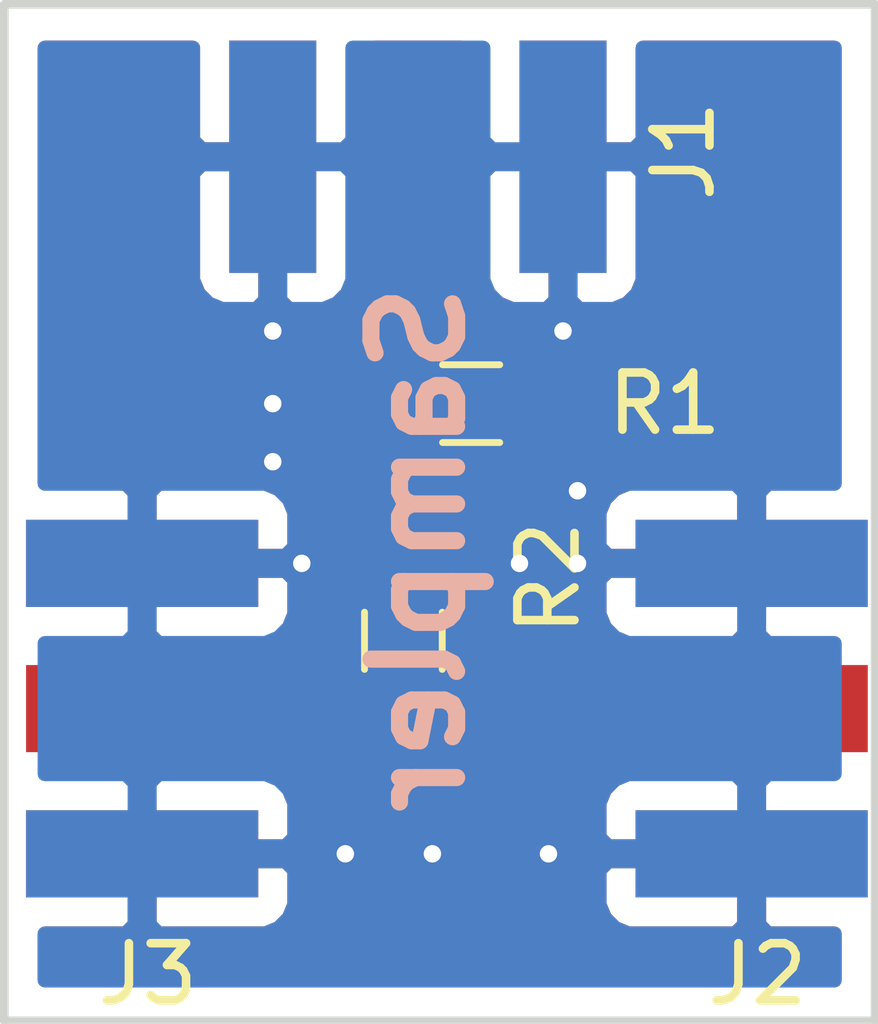
<source format=kicad_pcb>
(kicad_pcb (version 20171130) (host pcbnew 5.0.1)

  (general
    (thickness 1.6)
    (drawings 5)
    (tracks 28)
    (zones 0)
    (modules 5)
    (nets 4)
  )

  (page A4)
  (layers
    (0 F.Cu signal)
    (31 B.Cu signal)
    (32 B.Adhes user)
    (33 F.Adhes user)
    (34 B.Paste user)
    (35 F.Paste user)
    (36 B.SilkS user)
    (37 F.SilkS user)
    (38 B.Mask user)
    (39 F.Mask user)
    (40 Dwgs.User user)
    (41 Cmts.User user)
    (42 Eco1.User user)
    (43 Eco2.User user)
    (44 Edge.Cuts user)
    (45 Margin user)
    (46 B.CrtYd user)
    (47 F.CrtYd user)
    (48 B.Fab user)
    (49 F.Fab user)
  )

  (setup
    (last_trace_width 0.2032)
    (trace_clearance 0.2032)
    (zone_clearance 0.508)
    (zone_45_only no)
    (trace_min 0.2032)
    (segment_width 0.2)
    (edge_width 0.15)
    (via_size 0.6096)
    (via_drill 0.3048)
    (via_min_size 0.6096)
    (via_min_drill 0.3048)
    (uvia_size 0.3)
    (uvia_drill 0.1)
    (uvias_allowed no)
    (uvia_min_size 0.2)
    (uvia_min_drill 0.1)
    (pcb_text_width 0.3)
    (pcb_text_size 1.5 1.5)
    (mod_edge_width 0.15)
    (mod_text_size 1 1)
    (mod_text_width 0.15)
    (pad_size 1.524 1.524)
    (pad_drill 0.762)
    (pad_to_mask_clearance 0.051)
    (solder_mask_min_width 0.25)
    (aux_axis_origin 102.235 116.205)
    (grid_origin 102.235 116.205)
    (visible_elements FFFFFF7F)
    (pcbplotparams
      (layerselection 0x010fc_ffffffff)
      (usegerberextensions false)
      (usegerberattributes false)
      (usegerberadvancedattributes false)
      (creategerberjobfile false)
      (excludeedgelayer true)
      (linewidth 0.100000)
      (plotframeref false)
      (viasonmask false)
      (mode 1)
      (useauxorigin true)
      (hpglpennumber 1)
      (hpglpenspeed 20)
      (hpglpendiameter 15.000000)
      (psnegative false)
      (psa4output false)
      (plotreference true)
      (plotvalue false)
      (plotinvisibletext false)
      (padsonsilk false)
      (subtractmaskfromsilk false)
      (outputformat 1)
      (mirror false)
      (drillshape 0)
      (scaleselection 1)
      (outputdirectory "Gerber/"))
  )

  (net 0 "")
  (net 1 GND)
  (net 2 "Net-(J1-Pad1)")
  (net 3 "Net-(J2-Pad1)")

  (net_class Default "This is the default net class."
    (clearance 0.2032)
    (trace_width 0.2032)
    (via_dia 0.6096)
    (via_drill 0.3048)
    (uvia_dia 0.3)
    (uvia_drill 0.1)
    (diff_pair_gap 0)
    (diff_pair_width 0.2032)
    (add_net GND)
  )

  (net_class 50Ohm ""
    (clearance 0.254)
    (trace_width 1.54)
    (via_dia 0.6096)
    (via_drill 0.3048)
    (uvia_dia 0.3)
    (uvia_drill 0.1)
    (diff_pair_gap 0)
    (diff_pair_width 0.2032)
    (add_net "Net-(J1-Pad1)")
    (add_net "Net-(J2-Pad1)")
  )

  (module RFLego_Footprint:SMA_Edge (layer F.Cu) (tedit 5C1640A8) (tstamp 5C16442F)
    (at 102.616 110.744)
    (path /5C1642C6)
    (fp_text reference J3 (at 2.1336 4.6482) (layer F.SilkS)
      (effects (font (size 1 1) (thickness 0.15)))
    )
    (fp_text value SMA (at 1.27 6.35) (layer F.Fab) hide
      (effects (font (size 1 1) (thickness 0.15)))
    )
    (pad 1 smd rect (at 2.032 0) (size 4.064 1.524) (layers F.Cu F.Mask)
      (net 3 "Net-(J2-Pad1)"))
    (pad 2 smd rect (at 2.032 -2.54) (size 4.064 1.524) (layers F.Cu F.Mask)
      (net 1 GND))
    (pad 2 smd rect (at 2.032 2.54) (size 4.064 1.524) (layers B.Cu B.Mask)
      (net 1 GND))
    (pad 2 smd rect (at 2.032 -2.54) (size 4.064 1.524) (layers B.Cu B.Mask)
      (net 1 GND))
    (pad 2 smd rect (at 2.032 2.54) (size 4.064 1.524) (layers F.Cu F.Mask)
      (net 1 GND))
  )

  (module Resistors_SMD:R_0603_HandSoldering (layer F.Cu) (tedit 58E0A804) (tstamp 5C164440)
    (at 110.406 105.41 180)
    (descr "Resistor SMD 0603, hand soldering")
    (tags "resistor 0603")
    (path /5C1644DF)
    (attr smd)
    (fp_text reference R1 (at -3.386 0 180) (layer F.SilkS)
      (effects (font (size 1 1) (thickness 0.15)))
    )
    (fp_text value 50 (at 0 1.55 180) (layer F.Fab)
      (effects (font (size 1 1) (thickness 0.15)))
    )
    (fp_text user %R (at 0 0 180) (layer F.Fab)
      (effects (font (size 0.4 0.4) (thickness 0.075)))
    )
    (fp_line (start -0.8 0.4) (end -0.8 -0.4) (layer F.Fab) (width 0.1))
    (fp_line (start 0.8 0.4) (end -0.8 0.4) (layer F.Fab) (width 0.1))
    (fp_line (start 0.8 -0.4) (end 0.8 0.4) (layer F.Fab) (width 0.1))
    (fp_line (start -0.8 -0.4) (end 0.8 -0.4) (layer F.Fab) (width 0.1))
    (fp_line (start 0.5 0.68) (end -0.5 0.68) (layer F.SilkS) (width 0.12))
    (fp_line (start -0.5 -0.68) (end 0.5 -0.68) (layer F.SilkS) (width 0.12))
    (fp_line (start -1.96 -0.7) (end 1.95 -0.7) (layer F.CrtYd) (width 0.05))
    (fp_line (start -1.96 -0.7) (end -1.96 0.7) (layer F.CrtYd) (width 0.05))
    (fp_line (start 1.95 0.7) (end 1.95 -0.7) (layer F.CrtYd) (width 0.05))
    (fp_line (start 1.95 0.7) (end -1.96 0.7) (layer F.CrtYd) (width 0.05))
    (pad 1 smd rect (at -1.1 0 180) (size 1.2 0.9) (layers F.Cu F.Paste F.Mask)
      (net 1 GND))
    (pad 2 smd rect (at 1.1 0 180) (size 1.2 0.9) (layers F.Cu F.Paste F.Mask)
      (net 2 "Net-(J1-Pad1)"))
    (model ${KISYS3DMOD}/Resistors_SMD.3dshapes/R_0603.wrl
      (at (xyz 0 0 0))
      (scale (xyz 1 1 1))
      (rotate (xyz 0 0 0))
    )
  )

  (module Resistors_SMD:R_0603_HandSoldering (layer F.Cu) (tedit 58E0A804) (tstamp 5C164451)
    (at 109.22 109.558 270)
    (descr "Resistor SMD 0603, hand soldering")
    (tags "resistor 0603")
    (path /5C164485)
    (attr smd)
    (fp_text reference R2 (at -1.1 -2.54 270) (layer F.SilkS)
      (effects (font (size 1 1) (thickness 0.15)))
    )
    (fp_text value 5k (at 0 1.55 270) (layer F.Fab)
      (effects (font (size 1 1) (thickness 0.15)))
    )
    (fp_line (start 1.95 0.7) (end -1.96 0.7) (layer F.CrtYd) (width 0.05))
    (fp_line (start 1.95 0.7) (end 1.95 -0.7) (layer F.CrtYd) (width 0.05))
    (fp_line (start -1.96 -0.7) (end -1.96 0.7) (layer F.CrtYd) (width 0.05))
    (fp_line (start -1.96 -0.7) (end 1.95 -0.7) (layer F.CrtYd) (width 0.05))
    (fp_line (start -0.5 -0.68) (end 0.5 -0.68) (layer F.SilkS) (width 0.12))
    (fp_line (start 0.5 0.68) (end -0.5 0.68) (layer F.SilkS) (width 0.12))
    (fp_line (start -0.8 -0.4) (end 0.8 -0.4) (layer F.Fab) (width 0.1))
    (fp_line (start 0.8 -0.4) (end 0.8 0.4) (layer F.Fab) (width 0.1))
    (fp_line (start 0.8 0.4) (end -0.8 0.4) (layer F.Fab) (width 0.1))
    (fp_line (start -0.8 0.4) (end -0.8 -0.4) (layer F.Fab) (width 0.1))
    (fp_text user %R (at 0 0 270) (layer F.Fab)
      (effects (font (size 0.4 0.4) (thickness 0.075)))
    )
    (pad 2 smd rect (at 1.1 0 270) (size 1.2 0.9) (layers F.Cu F.Paste F.Mask)
      (net 3 "Net-(J2-Pad1)"))
    (pad 1 smd rect (at -1.1 0 270) (size 1.2 0.9) (layers F.Cu F.Paste F.Mask)
      (net 2 "Net-(J1-Pad1)"))
    (model ${KISYS3DMOD}/Resistors_SMD.3dshapes/R_0603.wrl
      (at (xyz 0 0 0))
      (scale (xyz 1 1 1))
      (rotate (xyz 0 0 0))
    )
  )

  (module RFLego_Footprint:SMA_Edge (layer F.Cu) (tedit 5C1640A8) (tstamp 5C1645F8)
    (at 109.474 103.124 90)
    (path /5C164C35)
    (fp_text reference J1 (at 2.1336 4.6482 90) (layer F.SilkS)
      (effects (font (size 1 1) (thickness 0.15)))
    )
    (fp_text value SMA (at 1.27 6.35 90) (layer F.Fab) hide
      (effects (font (size 1 1) (thickness 0.15)))
    )
    (pad 2 smd rect (at 2.032 2.54 90) (size 4.064 1.524) (layers F.Cu F.Mask)
      (net 1 GND))
    (pad 2 smd rect (at 2.032 -2.54 90) (size 4.064 1.524) (layers B.Cu B.Mask)
      (net 1 GND))
    (pad 2 smd rect (at 2.032 2.54 90) (size 4.064 1.524) (layers B.Cu B.Mask)
      (net 1 GND))
    (pad 2 smd rect (at 2.032 -2.54 90) (size 4.064 1.524) (layers F.Cu F.Mask)
      (net 1 GND))
    (pad 1 smd rect (at 2.032 0 90) (size 4.064 1.524) (layers F.Cu F.Mask)
      (net 2 "Net-(J1-Pad1)"))
  )

  (module RFLego_Footprint:SMA_Edge (layer F.Cu) (tedit 5C1640A8) (tstamp 5C164601)
    (at 113.284 110.744)
    (path /5C164A7C)
    (fp_text reference J2 (at 2.1336 4.6482) (layer F.SilkS)
      (effects (font (size 1 1) (thickness 0.15)))
    )
    (fp_text value SMA (at 1.27 6.35) (layer F.Fab) hide
      (effects (font (size 1 1) (thickness 0.15)))
    )
    (pad 1 smd rect (at 2.032 0) (size 4.064 1.524) (layers F.Cu F.Mask)
      (net 3 "Net-(J2-Pad1)"))
    (pad 2 smd rect (at 2.032 -2.54) (size 4.064 1.524) (layers F.Cu F.Mask)
      (net 1 GND))
    (pad 2 smd rect (at 2.032 2.54) (size 4.064 1.524) (layers B.Cu B.Mask)
      (net 1 GND))
    (pad 2 smd rect (at 2.032 -2.54) (size 4.064 1.524) (layers B.Cu B.Mask)
      (net 1 GND))
    (pad 2 smd rect (at 2.032 2.54) (size 4.064 1.524) (layers F.Cu F.Mask)
      (net 1 GND))
  )

  (gr_line (start 102.235 116.205) (end 102.235 98.425) (layer Edge.Cuts) (width 0.15))
  (gr_line (start 117.475 116.205) (end 102.235 116.205) (layer Edge.Cuts) (width 0.15))
  (gr_line (start 117.475 98.425) (end 117.475 116.205) (layer Edge.Cuts) (width 0.15))
  (gr_line (start 102.235 98.425) (end 117.475 98.425) (layer Edge.Cuts) (width 0.15))
  (gr_text Sampler (at 109.474 107.95 90) (layer B.SilkS)
    (effects (font (size 1.5 1.5) (thickness 0.3)) (justify mirror))
  )

  (via (at 108.204 113.284) (size 0.6096) (drill 0.3048) (layers F.Cu B.Cu) (net 1))
  (segment (start 104.648 113.284) (end 108.204 113.284) (width 0.2032) (layer F.Cu) (net 1))
  (via (at 109.728 113.284) (size 0.6096) (drill 0.3048) (layers F.Cu B.Cu) (net 1))
  (segment (start 108.204 113.284) (end 109.728 113.284) (width 0.2032) (layer B.Cu) (net 1))
  (via (at 111.76 113.284) (size 0.6096) (drill 0.3048) (layers F.Cu B.Cu) (net 1))
  (segment (start 109.728 113.284) (end 111.76 113.284) (width 0.2032) (layer F.Cu) (net 1))
  (via (at 112.268 108.204) (size 0.6096) (drill 0.3048) (layers F.Cu B.Cu) (net 1))
  (segment (start 115.316 108.204) (end 112.268 108.204) (width 0.2032) (layer B.Cu) (net 1))
  (via (at 111.252 108.204) (size 0.6096) (drill 0.3048) (layers F.Cu B.Cu) (net 1))
  (segment (start 112.268 108.204) (end 111.252 108.204) (width 0.2032) (layer F.Cu) (net 1))
  (via (at 107.442 108.204) (size 0.6096) (drill 0.3048) (layers F.Cu B.Cu) (net 1))
  (segment (start 111.252 108.204) (end 107.442 108.204) (width 0.2032) (layer B.Cu) (net 1))
  (via (at 106.934 104.14) (size 0.6096) (drill 0.3048) (layers F.Cu B.Cu) (net 1))
  (segment (start 106.934 101.092) (end 106.934 104.14) (width 0.2032) (layer F.Cu) (net 1))
  (via (at 106.934 105.41) (size 0.6096) (drill 0.3048) (layers F.Cu B.Cu) (net 1))
  (segment (start 106.934 104.14) (end 106.934 105.41) (width 0.2032) (layer B.Cu) (net 1))
  (via (at 106.934 106.426) (size 0.6096) (drill 0.3048) (layers F.Cu B.Cu) (net 1))
  (segment (start 106.934 105.41) (end 106.934 106.426) (width 0.2032) (layer F.Cu) (net 1))
  (via (at 112.014 104.14) (size 0.6096) (drill 0.3048) (layers F.Cu B.Cu) (net 1))
  (segment (start 112.014 101.092) (end 112.014 104.14) (width 0.2032) (layer B.Cu) (net 1))
  (via (at 112.268 106.934) (size 0.6096) (drill 0.3048) (layers F.Cu B.Cu) (net 1))
  (segment (start 112.268 108.204) (end 112.268 106.934) (width 0.2032) (layer F.Cu) (net 1))
  (segment (start 109.22 105.496) (end 109.306 105.41) (width 1.54) (layer F.Cu) (net 2))
  (segment (start 109.22 108.458) (end 109.22 105.496) (width 1.54) (layer F.Cu) (net 2))
  (segment (start 109.474 105.242) (end 109.306 105.41) (width 1.54) (layer F.Cu) (net 2))
  (segment (start 109.474 101.092) (end 109.474 105.242) (width 1.54) (layer F.Cu) (net 2))
  (segment (start 104.648 110.744) (end 108.712 110.744) (width 1.54) (layer F.Cu) (net 3))
  (segment (start 108.712 110.744) (end 115.316 110.744) (width 1.54) (layer F.Cu) (net 3))

  (zone (net 1) (net_name GND) (layer F.Cu) (tstamp 5C1649C1) (hatch edge 0.508)
    (connect_pads (clearance 0.508))
    (min_thickness 0.254)
    (fill yes (arc_segments 16) (thermal_gap 0.508) (thermal_bridge_width 0.508))
    (polygon
      (pts
        (xy 102.616 104.394) (xy 102.616 99.06) (xy 117.094 99.06) (xy 117.348 116.078) (xy 102.616 116.078)
      )
    )
    (filled_polygon
      (pts
        (xy 112.745673 112.162301) (xy 112.649 112.39569) (xy 112.649 112.99825) (xy 112.80775 113.157) (xy 115.189 113.157)
        (xy 115.189 113.137) (xy 115.443 113.137) (xy 115.443 113.157) (xy 115.463 113.157) (xy 115.463 113.411)
        (xy 115.443 113.411) (xy 115.443 114.52225) (xy 115.60175 114.681) (xy 116.765001 114.681) (xy 116.765001 115.495)
        (xy 102.945 115.495) (xy 102.945 114.681) (xy 104.36225 114.681) (xy 104.521 114.52225) (xy 104.521 113.411)
        (xy 104.775 113.411) (xy 104.775 114.52225) (xy 104.93375 114.681) (xy 106.806309 114.681) (xy 107.039698 114.584327)
        (xy 107.218327 114.405699) (xy 107.315 114.17231) (xy 107.315 113.56975) (xy 112.649 113.56975) (xy 112.649 114.17231)
        (xy 112.745673 114.405699) (xy 112.924302 114.584327) (xy 113.157691 114.681) (xy 115.03025 114.681) (xy 115.189 114.52225)
        (xy 115.189 113.411) (xy 112.80775 113.411) (xy 112.649 113.56975) (xy 107.315 113.56975) (xy 107.15625 113.411)
        (xy 104.775 113.411) (xy 104.521 113.411) (xy 104.501 113.411) (xy 104.501 113.157) (xy 104.521 113.157)
        (xy 104.521 113.137) (xy 104.775 113.137) (xy 104.775 113.157) (xy 107.15625 113.157) (xy 107.315 112.99825)
        (xy 107.315 112.39569) (xy 107.218327 112.162301) (xy 107.205026 112.149) (xy 112.758974 112.149)
      )
    )
    (filled_polygon
      (pts
        (xy 105.537 100.80625) (xy 105.69575 100.965) (xy 106.807 100.965) (xy 106.807 100.945) (xy 107.061 100.945)
        (xy 107.061 100.965) (xy 107.081 100.965) (xy 107.081 101.219) (xy 107.061 101.219) (xy 107.061 103.60025)
        (xy 107.21975 103.759) (xy 107.82231 103.759) (xy 108.055699 103.662327) (xy 108.069001 103.649025) (xy 108.069001 104.68966)
        (xy 107.896519 104.947797) (xy 107.787476 105.496) (xy 107.815001 105.634379) (xy 107.815 108.596377) (xy 107.896519 109.006203)
        (xy 108.118888 109.339) (xy 107.205026 109.339) (xy 107.218327 109.325699) (xy 107.315 109.09231) (xy 107.315 108.48975)
        (xy 107.15625 108.331) (xy 104.775 108.331) (xy 104.775 108.351) (xy 104.521 108.351) (xy 104.521 108.331)
        (xy 104.501 108.331) (xy 104.501 108.077) (xy 104.521 108.077) (xy 104.521 106.96575) (xy 104.775 106.96575)
        (xy 104.775 108.077) (xy 107.15625 108.077) (xy 107.315 107.91825) (xy 107.315 107.31569) (xy 107.218327 107.082301)
        (xy 107.039698 106.903673) (xy 106.806309 106.807) (xy 104.93375 106.807) (xy 104.775 106.96575) (xy 104.521 106.96575)
        (xy 104.36225 106.807) (xy 102.945 106.807) (xy 102.945 101.37775) (xy 105.537 101.37775) (xy 105.537 103.250309)
        (xy 105.633673 103.483698) (xy 105.812301 103.662327) (xy 106.04569 103.759) (xy 106.64825 103.759) (xy 106.807 103.60025)
        (xy 106.807 101.219) (xy 105.69575 101.219) (xy 105.537 101.37775) (xy 102.945 101.37775) (xy 102.945 99.187)
        (xy 105.537 99.187)
      )
    )
    (filled_polygon
      (pts
        (xy 116.765 106.807) (xy 115.60175 106.807) (xy 115.443 106.96575) (xy 115.443 108.077) (xy 115.463 108.077)
        (xy 115.463 108.331) (xy 115.443 108.331) (xy 115.443 108.351) (xy 115.189 108.351) (xy 115.189 108.331)
        (xy 112.80775 108.331) (xy 112.649 108.48975) (xy 112.649 109.09231) (xy 112.745673 109.325699) (xy 112.758974 109.339)
        (xy 110.321112 109.339) (xy 110.543481 109.006204) (xy 110.625 108.596378) (xy 110.625 107.31569) (xy 112.649 107.31569)
        (xy 112.649 107.91825) (xy 112.80775 108.077) (xy 115.189 108.077) (xy 115.189 106.96575) (xy 115.03025 106.807)
        (xy 113.157691 106.807) (xy 112.924302 106.903673) (xy 112.745673 107.082301) (xy 112.649 107.31569) (xy 110.625 107.31569)
        (xy 110.625 106.430925) (xy 110.779691 106.495) (xy 111.22025 106.495) (xy 111.379 106.33625) (xy 111.379 105.537)
        (xy 111.633 105.537) (xy 111.633 106.33625) (xy 111.79175 106.495) (xy 112.232309 106.495) (xy 112.465698 106.398327)
        (xy 112.644327 106.219699) (xy 112.741 105.98631) (xy 112.741 105.69575) (xy 112.58225 105.537) (xy 111.633 105.537)
        (xy 111.379 105.537) (xy 111.359 105.537) (xy 111.359 105.283) (xy 111.379 105.283) (xy 111.379 104.48375)
        (xy 111.633 104.48375) (xy 111.633 105.283) (xy 112.58225 105.283) (xy 112.741 105.12425) (xy 112.741 104.83369)
        (xy 112.644327 104.600301) (xy 112.465698 104.421673) (xy 112.232309 104.325) (xy 111.79175 104.325) (xy 111.633 104.48375)
        (xy 111.379 104.48375) (xy 111.22025 104.325) (xy 110.879 104.325) (xy 110.879 103.649026) (xy 110.892301 103.662327)
        (xy 111.12569 103.759) (xy 111.72825 103.759) (xy 111.887 103.60025) (xy 111.887 101.219) (xy 112.141 101.219)
        (xy 112.141 103.60025) (xy 112.29975 103.759) (xy 112.90231 103.759) (xy 113.135699 103.662327) (xy 113.314327 103.483698)
        (xy 113.411 103.250309) (xy 113.411 101.37775) (xy 113.25225 101.219) (xy 112.141 101.219) (xy 111.887 101.219)
        (xy 111.867 101.219) (xy 111.867 100.965) (xy 111.887 100.965) (xy 111.887 100.945) (xy 112.141 100.945)
        (xy 112.141 100.965) (xy 113.25225 100.965) (xy 113.411 100.80625) (xy 113.411 99.187) (xy 116.765 99.187)
      )
    )
  )
  (zone (net 1) (net_name GND) (layer B.Cu) (tstamp 5C1649BE) (hatch edge 0.508)
    (connect_pads (clearance 0.508))
    (min_thickness 0.254)
    (fill yes (arc_segments 16) (thermal_gap 0.508) (thermal_bridge_width 0.508))
    (polygon
      (pts
        (xy 102.616 104.394) (xy 102.616 99.06) (xy 117.094 99.06) (xy 117.348 116.078) (xy 102.616 116.078)
      )
    )
    (filled_polygon
      (pts
        (xy 105.537 100.80625) (xy 105.69575 100.965) (xy 106.807 100.965) (xy 106.807 100.945) (xy 107.061 100.945)
        (xy 107.061 100.965) (xy 108.17225 100.965) (xy 108.331 100.80625) (xy 108.331 99.187) (xy 110.617 99.187)
        (xy 110.617 100.80625) (xy 110.77575 100.965) (xy 111.887 100.965) (xy 111.887 100.945) (xy 112.141 100.945)
        (xy 112.141 100.965) (xy 113.25225 100.965) (xy 113.411 100.80625) (xy 113.411 99.187) (xy 116.765 99.187)
        (xy 116.765 106.807) (xy 115.60175 106.807) (xy 115.443 106.96575) (xy 115.443 108.077) (xy 115.463 108.077)
        (xy 115.463 108.331) (xy 115.443 108.331) (xy 115.443 109.44225) (xy 115.60175 109.601) (xy 116.765001 109.601)
        (xy 116.765001 111.887) (xy 115.60175 111.887) (xy 115.443 112.04575) (xy 115.443 113.157) (xy 115.463 113.157)
        (xy 115.463 113.411) (xy 115.443 113.411) (xy 115.443 114.52225) (xy 115.60175 114.681) (xy 116.765001 114.681)
        (xy 116.765001 115.495) (xy 102.945 115.495) (xy 102.945 114.681) (xy 104.36225 114.681) (xy 104.521 114.52225)
        (xy 104.521 113.411) (xy 104.775 113.411) (xy 104.775 114.52225) (xy 104.93375 114.681) (xy 106.806309 114.681)
        (xy 107.039698 114.584327) (xy 107.218327 114.405699) (xy 107.315 114.17231) (xy 107.315 113.56975) (xy 112.649 113.56975)
        (xy 112.649 114.17231) (xy 112.745673 114.405699) (xy 112.924302 114.584327) (xy 113.157691 114.681) (xy 115.03025 114.681)
        (xy 115.189 114.52225) (xy 115.189 113.411) (xy 112.80775 113.411) (xy 112.649 113.56975) (xy 107.315 113.56975)
        (xy 107.15625 113.411) (xy 104.775 113.411) (xy 104.521 113.411) (xy 104.501 113.411) (xy 104.501 113.157)
        (xy 104.521 113.157) (xy 104.521 112.04575) (xy 104.775 112.04575) (xy 104.775 113.157) (xy 107.15625 113.157)
        (xy 107.315 112.99825) (xy 107.315 112.39569) (xy 112.649 112.39569) (xy 112.649 112.99825) (xy 112.80775 113.157)
        (xy 115.189 113.157) (xy 115.189 112.04575) (xy 115.03025 111.887) (xy 113.157691 111.887) (xy 112.924302 111.983673)
        (xy 112.745673 112.162301) (xy 112.649 112.39569) (xy 107.315 112.39569) (xy 107.218327 112.162301) (xy 107.039698 111.983673)
        (xy 106.806309 111.887) (xy 104.93375 111.887) (xy 104.775 112.04575) (xy 104.521 112.04575) (xy 104.36225 111.887)
        (xy 102.945 111.887) (xy 102.945 109.601) (xy 104.36225 109.601) (xy 104.521 109.44225) (xy 104.521 108.331)
        (xy 104.775 108.331) (xy 104.775 109.44225) (xy 104.93375 109.601) (xy 106.806309 109.601) (xy 107.039698 109.504327)
        (xy 107.218327 109.325699) (xy 107.315 109.09231) (xy 107.315 108.48975) (xy 112.649 108.48975) (xy 112.649 109.09231)
        (xy 112.745673 109.325699) (xy 112.924302 109.504327) (xy 113.157691 109.601) (xy 115.03025 109.601) (xy 115.189 109.44225)
        (xy 115.189 108.331) (xy 112.80775 108.331) (xy 112.649 108.48975) (xy 107.315 108.48975) (xy 107.15625 108.331)
        (xy 104.775 108.331) (xy 104.521 108.331) (xy 104.501 108.331) (xy 104.501 108.077) (xy 104.521 108.077)
        (xy 104.521 106.96575) (xy 104.775 106.96575) (xy 104.775 108.077) (xy 107.15625 108.077) (xy 107.315 107.91825)
        (xy 107.315 107.31569) (xy 112.649 107.31569) (xy 112.649 107.91825) (xy 112.80775 108.077) (xy 115.189 108.077)
        (xy 115.189 106.96575) (xy 115.03025 106.807) (xy 113.157691 106.807) (xy 112.924302 106.903673) (xy 112.745673 107.082301)
        (xy 112.649 107.31569) (xy 107.315 107.31569) (xy 107.218327 107.082301) (xy 107.039698 106.903673) (xy 106.806309 106.807)
        (xy 104.93375 106.807) (xy 104.775 106.96575) (xy 104.521 106.96575) (xy 104.36225 106.807) (xy 102.945 106.807)
        (xy 102.945 101.37775) (xy 105.537 101.37775) (xy 105.537 103.250309) (xy 105.633673 103.483698) (xy 105.812301 103.662327)
        (xy 106.04569 103.759) (xy 106.64825 103.759) (xy 106.807 103.60025) (xy 106.807 101.219) (xy 107.061 101.219)
        (xy 107.061 103.60025) (xy 107.21975 103.759) (xy 107.82231 103.759) (xy 108.055699 103.662327) (xy 108.234327 103.483698)
        (xy 108.331 103.250309) (xy 108.331 101.37775) (xy 110.617 101.37775) (xy 110.617 103.250309) (xy 110.713673 103.483698)
        (xy 110.892301 103.662327) (xy 111.12569 103.759) (xy 111.72825 103.759) (xy 111.887 103.60025) (xy 111.887 101.219)
        (xy 112.141 101.219) (xy 112.141 103.60025) (xy 112.29975 103.759) (xy 112.90231 103.759) (xy 113.135699 103.662327)
        (xy 113.314327 103.483698) (xy 113.411 103.250309) (xy 113.411 101.37775) (xy 113.25225 101.219) (xy 112.141 101.219)
        (xy 111.887 101.219) (xy 110.77575 101.219) (xy 110.617 101.37775) (xy 108.331 101.37775) (xy 108.17225 101.219)
        (xy 107.061 101.219) (xy 106.807 101.219) (xy 105.69575 101.219) (xy 105.537 101.37775) (xy 102.945 101.37775)
        (xy 102.945 99.187) (xy 105.537 99.187)
      )
    )
  )
)

</source>
